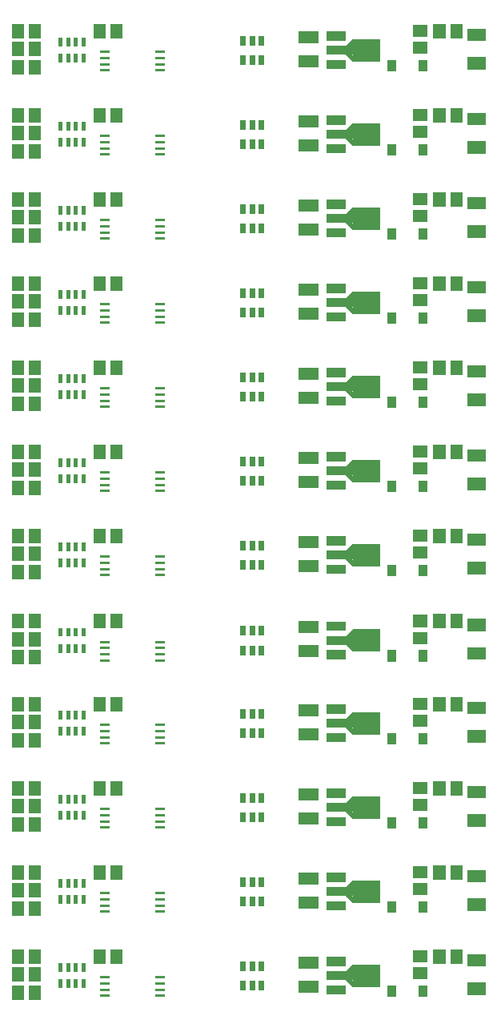
<source format=gbr>
G04 start of page 11 for group -4015 idx -4015 *
G04 Title: (unknown), toppaste *
G04 Creator: pcb 20140316 *
G04 CreationDate: Tue 07 Mar 2017 04:29:58 AM GMT UTC *
G04 For: railfan *
G04 Format: Gerber/RS-274X *
G04 PCB-Dimensions (mil): 2110.00 4110.00 *
G04 PCB-Coordinate-Origin: lower left *
%MOIN*%
%FSLAX25Y25*%
%LNTOPPASTE*%
%ADD74C,0.0001*%
%ADD73R,0.0945X0.0945*%
%ADD72R,0.0378X0.0378*%
%ADD71R,0.0360X0.0360*%
%ADD70R,0.0167X0.0167*%
%ADD69R,0.0512X0.0512*%
%ADD68R,0.0100X0.0100*%
%ADD67R,0.0490X0.0490*%
%ADD66R,0.0240X0.0240*%
G54D66*X114400Y402300D02*Y400700D01*
X110500Y402300D02*Y400700D01*
X106600Y402300D02*Y400700D01*
Y394100D02*Y392500D01*
X110500Y394100D02*Y392500D01*
X114400Y394100D02*Y392500D01*
G54D67*X132200Y403000D02*X135800D01*
X132200Y393000D02*X135800D01*
G54D68*X47500Y396838D02*X50500D01*
X47500Y394279D02*X50500D01*
X47500Y391721D02*X50500D01*
X47500Y389162D02*X50500D01*
X70500D02*X73500D01*
X70500Y391721D02*X73500D01*
X70500Y394279D02*X73500D01*
X70500Y396838D02*X73500D01*
G54D69*X54043Y405893D02*Y405107D01*
X46957Y405893D02*Y405107D01*
G54D70*X30776Y395087D02*Y393217D01*
X33925Y395087D02*Y393217D01*
X37075Y395087D02*Y393217D01*
X40224Y395087D02*Y393217D01*
Y401783D02*Y399913D01*
X37075Y401783D02*Y399913D01*
X33925Y401783D02*Y399913D01*
X30776Y401783D02*Y399913D01*
G54D69*X12957Y390893D02*Y390107D01*
X20043Y390893D02*Y390107D01*
X12957Y398393D02*Y397607D01*
X20043Y398393D02*Y397607D01*
X12957Y405893D02*Y405107D01*
X20043Y405893D02*Y405107D01*
X180107Y398457D02*X180893D01*
X180107Y405543D02*X180893D01*
G54D71*X168600Y391600D02*Y390400D01*
X181500Y391600D02*Y390400D01*
G54D69*X202819Y403905D02*X205181D01*
X202819Y392095D02*X205181D01*
X188457Y405893D02*Y405107D01*
X195543Y405893D02*Y405107D01*
G54D72*X143516Y403406D02*X147610D01*
X143516Y397500D02*X155326D01*
G54D73*X157060D02*X158950D01*
G54D74*G36*
X149495Y399385D02*X152335Y402225D01*
X153755Y400805D01*
X150915Y397965D01*
X149495Y399385D01*
G37*
G36*
X150915Y397035D02*X153755Y394195D01*
X152335Y392775D01*
X149495Y395615D01*
X150915Y397035D01*
G37*
G54D72*X143516Y391594D02*X147610D01*
G54D66*X114400Y367300D02*Y365700D01*
X110500Y367300D02*Y365700D01*
X106600Y367300D02*Y365700D01*
Y359100D02*Y357500D01*
X110500Y359100D02*Y357500D01*
X114400Y359100D02*Y357500D01*
G54D67*X132200Y368000D02*X135800D01*
X132200Y358000D02*X135800D01*
G54D68*X47500Y361838D02*X50500D01*
X47500Y359279D02*X50500D01*
X47500Y356721D02*X50500D01*
X47500Y354162D02*X50500D01*
X70500D02*X73500D01*
X70500Y356721D02*X73500D01*
X70500Y359279D02*X73500D01*
X70500Y361838D02*X73500D01*
G54D69*X54043Y370893D02*Y370107D01*
X46957Y370893D02*Y370107D01*
G54D70*X30776Y360087D02*Y358217D01*
X33925Y360087D02*Y358217D01*
X37075Y360087D02*Y358217D01*
X40224Y360087D02*Y358217D01*
Y366783D02*Y364913D01*
X37075Y366783D02*Y364913D01*
X33925Y366783D02*Y364913D01*
X30776Y366783D02*Y364913D01*
G54D69*X12957Y355893D02*Y355107D01*
X20043Y355893D02*Y355107D01*
X12957Y363393D02*Y362607D01*
X20043Y363393D02*Y362607D01*
X12957Y370893D02*Y370107D01*
X20043Y370893D02*Y370107D01*
X180107Y363457D02*X180893D01*
X180107Y370543D02*X180893D01*
G54D71*X168600Y356600D02*Y355400D01*
X181500Y356600D02*Y355400D01*
G54D69*X202819Y368905D02*X205181D01*
X202819Y357095D02*X205181D01*
X188457Y370893D02*Y370107D01*
X195543Y370893D02*Y370107D01*
G54D72*X143516Y368406D02*X147610D01*
X143516Y362500D02*X155326D01*
G54D73*X157060D02*X158950D01*
G54D74*G36*
X149495Y364385D02*X152335Y367225D01*
X153755Y365805D01*
X150915Y362965D01*
X149495Y364385D01*
G37*
G36*
X150915Y362035D02*X153755Y359195D01*
X152335Y357775D01*
X149495Y360615D01*
X150915Y362035D01*
G37*
G54D72*X143516Y356594D02*X147610D01*
G54D66*X114400Y332300D02*Y330700D01*
X110500Y332300D02*Y330700D01*
X106600Y332300D02*Y330700D01*
Y324100D02*Y322500D01*
X110500Y324100D02*Y322500D01*
X114400Y324100D02*Y322500D01*
G54D67*X132200Y333000D02*X135800D01*
X132200Y323000D02*X135800D01*
G54D68*X47500Y326838D02*X50500D01*
X47500Y324279D02*X50500D01*
X47500Y321721D02*X50500D01*
X47500Y319162D02*X50500D01*
X70500D02*X73500D01*
X70500Y321721D02*X73500D01*
X70500Y324279D02*X73500D01*
X70500Y326838D02*X73500D01*
G54D69*X54043Y335893D02*Y335107D01*
X46957Y335893D02*Y335107D01*
G54D70*X30776Y325087D02*Y323217D01*
X33925Y325087D02*Y323217D01*
X37075Y325087D02*Y323217D01*
X40224Y325087D02*Y323217D01*
Y331783D02*Y329913D01*
X37075Y331783D02*Y329913D01*
X33925Y331783D02*Y329913D01*
X30776Y331783D02*Y329913D01*
G54D69*X12957Y320893D02*Y320107D01*
X20043Y320893D02*Y320107D01*
X12957Y328393D02*Y327607D01*
X20043Y328393D02*Y327607D01*
X12957Y335893D02*Y335107D01*
X20043Y335893D02*Y335107D01*
X180107Y328457D02*X180893D01*
X180107Y335543D02*X180893D01*
G54D71*X168600Y321600D02*Y320400D01*
X181500Y321600D02*Y320400D01*
G54D69*X202819Y333905D02*X205181D01*
X202819Y322095D02*X205181D01*
X188457Y335893D02*Y335107D01*
X195543Y335893D02*Y335107D01*
G54D72*X143516Y333406D02*X147610D01*
X143516Y327500D02*X155326D01*
G54D73*X157060D02*X158950D01*
G54D74*G36*
X149495Y329385D02*X152335Y332225D01*
X153755Y330805D01*
X150915Y327965D01*
X149495Y329385D01*
G37*
G36*
X150915Y327035D02*X153755Y324195D01*
X152335Y322775D01*
X149495Y325615D01*
X150915Y327035D01*
G37*
G54D72*X143516Y321594D02*X147610D01*
G54D66*X114400Y297300D02*Y295700D01*
X110500Y297300D02*Y295700D01*
X106600Y297300D02*Y295700D01*
Y289100D02*Y287500D01*
X110500Y289100D02*Y287500D01*
X114400Y289100D02*Y287500D01*
G54D67*X132200Y298000D02*X135800D01*
X132200Y288000D02*X135800D01*
G54D68*X47500Y291838D02*X50500D01*
X47500Y289279D02*X50500D01*
X47500Y286721D02*X50500D01*
X47500Y284162D02*X50500D01*
X70500D02*X73500D01*
X70500Y286721D02*X73500D01*
X70500Y289279D02*X73500D01*
X70500Y291838D02*X73500D01*
G54D69*X54043Y300893D02*Y300107D01*
X46957Y300893D02*Y300107D01*
G54D70*X30776Y290087D02*Y288217D01*
X33925Y290087D02*Y288217D01*
X37075Y290087D02*Y288217D01*
X40224Y290087D02*Y288217D01*
Y296783D02*Y294913D01*
X37075Y296783D02*Y294913D01*
X33925Y296783D02*Y294913D01*
X30776Y296783D02*Y294913D01*
G54D69*X12957Y285893D02*Y285107D01*
X20043Y285893D02*Y285107D01*
X12957Y293393D02*Y292607D01*
X20043Y293393D02*Y292607D01*
X12957Y300893D02*Y300107D01*
X20043Y300893D02*Y300107D01*
X180107Y293457D02*X180893D01*
X180107Y300543D02*X180893D01*
G54D71*X168600Y286600D02*Y285400D01*
X181500Y286600D02*Y285400D01*
G54D69*X202819Y298905D02*X205181D01*
X202819Y287095D02*X205181D01*
X188457Y300893D02*Y300107D01*
X195543Y300893D02*Y300107D01*
G54D72*X143516Y298406D02*X147610D01*
X143516Y292500D02*X155326D01*
G54D73*X157060D02*X158950D01*
G54D74*G36*
X149495Y294385D02*X152335Y297225D01*
X153755Y295805D01*
X150915Y292965D01*
X149495Y294385D01*
G37*
G36*
X150915Y292035D02*X153755Y289195D01*
X152335Y287775D01*
X149495Y290615D01*
X150915Y292035D01*
G37*
G54D72*X143516Y286594D02*X147610D01*
G54D66*X114400Y262300D02*Y260700D01*
X110500Y262300D02*Y260700D01*
X106600Y262300D02*Y260700D01*
Y254100D02*Y252500D01*
X110500Y254100D02*Y252500D01*
X114400Y254100D02*Y252500D01*
G54D67*X132200Y263000D02*X135800D01*
X132200Y253000D02*X135800D01*
G54D68*X47500Y256838D02*X50500D01*
X47500Y254279D02*X50500D01*
X47500Y251721D02*X50500D01*
X47500Y249162D02*X50500D01*
X70500D02*X73500D01*
X70500Y251721D02*X73500D01*
X70500Y254279D02*X73500D01*
X70500Y256838D02*X73500D01*
G54D69*X54043Y265893D02*Y265107D01*
X46957Y265893D02*Y265107D01*
G54D70*X30776Y255087D02*Y253217D01*
X33925Y255087D02*Y253217D01*
X37075Y255087D02*Y253217D01*
X40224Y255087D02*Y253217D01*
Y261783D02*Y259913D01*
X37075Y261783D02*Y259913D01*
X33925Y261783D02*Y259913D01*
X30776Y261783D02*Y259913D01*
G54D69*X12957Y250893D02*Y250107D01*
X20043Y250893D02*Y250107D01*
X12957Y258393D02*Y257607D01*
X20043Y258393D02*Y257607D01*
X12957Y265893D02*Y265107D01*
X20043Y265893D02*Y265107D01*
X180107Y258457D02*X180893D01*
X180107Y265543D02*X180893D01*
G54D71*X168600Y251600D02*Y250400D01*
X181500Y251600D02*Y250400D01*
G54D69*X202819Y263905D02*X205181D01*
X202819Y252095D02*X205181D01*
X188457Y265893D02*Y265107D01*
X195543Y265893D02*Y265107D01*
G54D72*X143516Y263406D02*X147610D01*
X143516Y257500D02*X155326D01*
G54D73*X157060D02*X158950D01*
G54D74*G36*
X149495Y259385D02*X152335Y262225D01*
X153755Y260805D01*
X150915Y257965D01*
X149495Y259385D01*
G37*
G36*
X150915Y257035D02*X153755Y254195D01*
X152335Y252775D01*
X149495Y255615D01*
X150915Y257035D01*
G37*
G54D72*X143516Y251594D02*X147610D01*
G54D66*X114400Y227300D02*Y225700D01*
X110500Y227300D02*Y225700D01*
X106600Y227300D02*Y225700D01*
Y219100D02*Y217500D01*
X110500Y219100D02*Y217500D01*
X114400Y219100D02*Y217500D01*
G54D67*X132200Y228000D02*X135800D01*
X132200Y218000D02*X135800D01*
G54D68*X47500Y221838D02*X50500D01*
X47500Y219279D02*X50500D01*
X47500Y216721D02*X50500D01*
X47500Y214162D02*X50500D01*
X70500D02*X73500D01*
X70500Y216721D02*X73500D01*
X70500Y219279D02*X73500D01*
X70500Y221838D02*X73500D01*
G54D69*X54043Y230893D02*Y230107D01*
X46957Y230893D02*Y230107D01*
G54D70*X30776Y220087D02*Y218217D01*
X33925Y220087D02*Y218217D01*
X37075Y220087D02*Y218217D01*
X40224Y220087D02*Y218217D01*
Y226783D02*Y224913D01*
X37075Y226783D02*Y224913D01*
X33925Y226783D02*Y224913D01*
X30776Y226783D02*Y224913D01*
G54D69*X12957Y215893D02*Y215107D01*
X20043Y215893D02*Y215107D01*
X12957Y223393D02*Y222607D01*
X20043Y223393D02*Y222607D01*
X12957Y230893D02*Y230107D01*
X20043Y230893D02*Y230107D01*
X180107Y223457D02*X180893D01*
X180107Y230543D02*X180893D01*
G54D71*X168600Y216600D02*Y215400D01*
X181500Y216600D02*Y215400D01*
G54D69*X202819Y228905D02*X205181D01*
X202819Y217095D02*X205181D01*
X188457Y230893D02*Y230107D01*
X195543Y230893D02*Y230107D01*
G54D72*X143516Y228406D02*X147610D01*
X143516Y222500D02*X155326D01*
G54D73*X157060D02*X158950D01*
G54D74*G36*
X149495Y224385D02*X152335Y227225D01*
X153755Y225805D01*
X150915Y222965D01*
X149495Y224385D01*
G37*
G36*
X150915Y222035D02*X153755Y219195D01*
X152335Y217775D01*
X149495Y220615D01*
X150915Y222035D01*
G37*
G54D72*X143516Y216594D02*X147610D01*
G54D66*X114400Y192300D02*Y190700D01*
X110500Y192300D02*Y190700D01*
X106600Y192300D02*Y190700D01*
Y184100D02*Y182500D01*
X110500Y184100D02*Y182500D01*
X114400Y184100D02*Y182500D01*
G54D67*X132200Y193000D02*X135800D01*
X132200Y183000D02*X135800D01*
G54D68*X47500Y186838D02*X50500D01*
X47500Y184279D02*X50500D01*
X47500Y181721D02*X50500D01*
X47500Y179162D02*X50500D01*
X70500D02*X73500D01*
X70500Y181721D02*X73500D01*
X70500Y184279D02*X73500D01*
X70500Y186838D02*X73500D01*
G54D69*X54043Y195893D02*Y195107D01*
X46957Y195893D02*Y195107D01*
G54D70*X30776Y185087D02*Y183217D01*
X33925Y185087D02*Y183217D01*
X37075Y185087D02*Y183217D01*
X40224Y185087D02*Y183217D01*
Y191783D02*Y189913D01*
X37075Y191783D02*Y189913D01*
X33925Y191783D02*Y189913D01*
X30776Y191783D02*Y189913D01*
G54D69*X12957Y180893D02*Y180107D01*
X20043Y180893D02*Y180107D01*
X12957Y188393D02*Y187607D01*
X20043Y188393D02*Y187607D01*
X12957Y195893D02*Y195107D01*
X20043Y195893D02*Y195107D01*
X180107Y188457D02*X180893D01*
X180107Y195543D02*X180893D01*
G54D71*X168600Y181600D02*Y180400D01*
X181500Y181600D02*Y180400D01*
G54D69*X202819Y193905D02*X205181D01*
X202819Y182095D02*X205181D01*
X188457Y195893D02*Y195107D01*
X195543Y195893D02*Y195107D01*
G54D72*X143516Y193406D02*X147610D01*
X143516Y187500D02*X155326D01*
G54D73*X157060D02*X158950D01*
G54D74*G36*
X149495Y189385D02*X152335Y192225D01*
X153755Y190805D01*
X150915Y187965D01*
X149495Y189385D01*
G37*
G36*
X150915Y187035D02*X153755Y184195D01*
X152335Y182775D01*
X149495Y185615D01*
X150915Y187035D01*
G37*
G54D72*X143516Y181594D02*X147610D01*
G54D66*X114400Y156800D02*Y155200D01*
X110500Y156800D02*Y155200D01*
X106600Y156800D02*Y155200D01*
Y148600D02*Y147000D01*
X110500Y148600D02*Y147000D01*
X114400Y148600D02*Y147000D01*
G54D67*X132200Y157500D02*X135800D01*
X132200Y147500D02*X135800D01*
G54D68*X47500Y151338D02*X50500D01*
X47500Y148779D02*X50500D01*
X47500Y146221D02*X50500D01*
X47500Y143662D02*X50500D01*
X70500D02*X73500D01*
X70500Y146221D02*X73500D01*
X70500Y148779D02*X73500D01*
X70500Y151338D02*X73500D01*
G54D69*X54043Y160393D02*Y159607D01*
X46957Y160393D02*Y159607D01*
G54D70*X30776Y149587D02*Y147717D01*
X33925Y149587D02*Y147717D01*
X37075Y149587D02*Y147717D01*
X40224Y149587D02*Y147717D01*
Y156283D02*Y154413D01*
X37075Y156283D02*Y154413D01*
X33925Y156283D02*Y154413D01*
X30776Y156283D02*Y154413D01*
G54D69*X12957Y145393D02*Y144607D01*
X20043Y145393D02*Y144607D01*
X12957Y152893D02*Y152107D01*
X20043Y152893D02*Y152107D01*
X12957Y160393D02*Y159607D01*
X20043Y160393D02*Y159607D01*
X180107Y152957D02*X180893D01*
X180107Y160043D02*X180893D01*
G54D71*X168600Y146100D02*Y144900D01*
X181500Y146100D02*Y144900D01*
G54D69*X202819Y158405D02*X205181D01*
X202819Y146595D02*X205181D01*
X188457Y160393D02*Y159607D01*
X195543Y160393D02*Y159607D01*
G54D72*X143516Y157906D02*X147610D01*
X143516Y152000D02*X155326D01*
G54D73*X157060D02*X158950D01*
G54D74*G36*
X149495Y153885D02*X152335Y156725D01*
X153755Y155305D01*
X150915Y152465D01*
X149495Y153885D01*
G37*
G36*
X150915Y151535D02*X153755Y148695D01*
X152335Y147275D01*
X149495Y150115D01*
X150915Y151535D01*
G37*
G54D72*X143516Y146094D02*X147610D01*
G54D66*X114400Y122300D02*Y120700D01*
X110500Y122300D02*Y120700D01*
X106600Y122300D02*Y120700D01*
Y114100D02*Y112500D01*
X110500Y114100D02*Y112500D01*
X114400Y114100D02*Y112500D01*
G54D67*X132200Y123000D02*X135800D01*
X132200Y113000D02*X135800D01*
G54D68*X47500Y116838D02*X50500D01*
X47500Y114279D02*X50500D01*
X47500Y111721D02*X50500D01*
X47500Y109162D02*X50500D01*
X70500D02*X73500D01*
X70500Y111721D02*X73500D01*
X70500Y114279D02*X73500D01*
X70500Y116838D02*X73500D01*
G54D69*X54043Y125893D02*Y125107D01*
X46957Y125893D02*Y125107D01*
G54D70*X30776Y115087D02*Y113217D01*
X33925Y115087D02*Y113217D01*
X37075Y115087D02*Y113217D01*
X40224Y115087D02*Y113217D01*
Y121783D02*Y119913D01*
X37075Y121783D02*Y119913D01*
X33925Y121783D02*Y119913D01*
X30776Y121783D02*Y119913D01*
G54D69*X12957Y110893D02*Y110107D01*
X20043Y110893D02*Y110107D01*
X12957Y118393D02*Y117607D01*
X20043Y118393D02*Y117607D01*
X12957Y125893D02*Y125107D01*
X20043Y125893D02*Y125107D01*
X180107Y118457D02*X180893D01*
X180107Y125543D02*X180893D01*
G54D71*X168600Y111600D02*Y110400D01*
X181500Y111600D02*Y110400D01*
G54D69*X202819Y123905D02*X205181D01*
X202819Y112095D02*X205181D01*
X188457Y125893D02*Y125107D01*
X195543Y125893D02*Y125107D01*
G54D72*X143516Y123406D02*X147610D01*
X143516Y117500D02*X155326D01*
G54D73*X157060D02*X158950D01*
G54D74*G36*
X149495Y119385D02*X152335Y122225D01*
X153755Y120805D01*
X150915Y117965D01*
X149495Y119385D01*
G37*
G36*
X150915Y117035D02*X153755Y114195D01*
X152335Y112775D01*
X149495Y115615D01*
X150915Y117035D01*
G37*
G54D72*X143516Y111594D02*X147610D01*
G54D66*X114400Y87300D02*Y85700D01*
X110500Y87300D02*Y85700D01*
X106600Y87300D02*Y85700D01*
Y79100D02*Y77500D01*
X110500Y79100D02*Y77500D01*
X114400Y79100D02*Y77500D01*
G54D67*X132200Y88000D02*X135800D01*
X132200Y78000D02*X135800D01*
G54D68*X47500Y81838D02*X50500D01*
X47500Y79279D02*X50500D01*
X47500Y76721D02*X50500D01*
X47500Y74162D02*X50500D01*
X70500D02*X73500D01*
X70500Y76721D02*X73500D01*
X70500Y79279D02*X73500D01*
X70500Y81838D02*X73500D01*
G54D69*X54043Y90893D02*Y90107D01*
X46957Y90893D02*Y90107D01*
G54D70*X30776Y80087D02*Y78217D01*
X33925Y80087D02*Y78217D01*
X37075Y80087D02*Y78217D01*
X40224Y80087D02*Y78217D01*
Y86783D02*Y84913D01*
X37075Y86783D02*Y84913D01*
X33925Y86783D02*Y84913D01*
X30776Y86783D02*Y84913D01*
G54D69*X12957Y75893D02*Y75107D01*
X20043Y75893D02*Y75107D01*
X12957Y83393D02*Y82607D01*
X20043Y83393D02*Y82607D01*
X12957Y90893D02*Y90107D01*
X20043Y90893D02*Y90107D01*
X180107Y83457D02*X180893D01*
X180107Y90543D02*X180893D01*
G54D71*X168600Y76600D02*Y75400D01*
X181500Y76600D02*Y75400D01*
G54D69*X202819Y88905D02*X205181D01*
X202819Y77095D02*X205181D01*
X188457Y90893D02*Y90107D01*
X195543Y90893D02*Y90107D01*
G54D72*X143516Y88406D02*X147610D01*
X143516Y82500D02*X155326D01*
G54D73*X157060D02*X158950D01*
G54D74*G36*
X149495Y84385D02*X152335Y87225D01*
X153755Y85805D01*
X150915Y82965D01*
X149495Y84385D01*
G37*
G36*
X150915Y82035D02*X153755Y79195D01*
X152335Y77775D01*
X149495Y80615D01*
X150915Y82035D01*
G37*
G54D72*X143516Y76594D02*X147610D01*
G54D66*X114400Y52300D02*Y50700D01*
X110500Y52300D02*Y50700D01*
X106600Y52300D02*Y50700D01*
Y44100D02*Y42500D01*
X110500Y44100D02*Y42500D01*
X114400Y44100D02*Y42500D01*
G54D67*X132200Y53000D02*X135800D01*
X132200Y43000D02*X135800D01*
G54D68*X47500Y46838D02*X50500D01*
X47500Y44279D02*X50500D01*
X47500Y41721D02*X50500D01*
X47500Y39162D02*X50500D01*
X70500D02*X73500D01*
X70500Y41721D02*X73500D01*
X70500Y44279D02*X73500D01*
X70500Y46838D02*X73500D01*
G54D69*X54043Y55893D02*Y55107D01*
X46957Y55893D02*Y55107D01*
G54D70*X30776Y45087D02*Y43217D01*
X33925Y45087D02*Y43217D01*
X37075Y45087D02*Y43217D01*
X40224Y45087D02*Y43217D01*
Y51783D02*Y49913D01*
X37075Y51783D02*Y49913D01*
X33925Y51783D02*Y49913D01*
X30776Y51783D02*Y49913D01*
G54D69*X12957Y40893D02*Y40107D01*
X20043Y40893D02*Y40107D01*
X12957Y48393D02*Y47607D01*
X20043Y48393D02*Y47607D01*
X12957Y55893D02*Y55107D01*
X20043Y55893D02*Y55107D01*
X180107Y48457D02*X180893D01*
X180107Y55543D02*X180893D01*
G54D71*X168600Y41600D02*Y40400D01*
X181500Y41600D02*Y40400D01*
G54D69*X202819Y53905D02*X205181D01*
X202819Y42095D02*X205181D01*
X188457Y55893D02*Y55107D01*
X195543Y55893D02*Y55107D01*
G54D72*X143516Y53406D02*X147610D01*
X143516Y47500D02*X155326D01*
G54D73*X157060D02*X158950D01*
G54D74*G36*
X149495Y49385D02*X152335Y52225D01*
X153755Y50805D01*
X150915Y47965D01*
X149495Y49385D01*
G37*
G36*
X150915Y47035D02*X153755Y44195D01*
X152335Y42775D01*
X149495Y45615D01*
X150915Y47035D01*
G37*
G54D72*X143516Y41594D02*X147610D01*
G54D66*X114400Y17300D02*Y15700D01*
X110500Y17300D02*Y15700D01*
X106600Y17300D02*Y15700D01*
Y9100D02*Y7500D01*
X110500Y9100D02*Y7500D01*
X114400Y9100D02*Y7500D01*
G54D67*X132200Y18000D02*X135800D01*
X132200Y8000D02*X135800D01*
G54D68*X47500Y11838D02*X50500D01*
X47500Y9279D02*X50500D01*
X47500Y6721D02*X50500D01*
X47500Y4162D02*X50500D01*
X70500D02*X73500D01*
X70500Y6721D02*X73500D01*
X70500Y9279D02*X73500D01*
X70500Y11838D02*X73500D01*
G54D69*X54043Y20893D02*Y20107D01*
X46957Y20893D02*Y20107D01*
G54D70*X30776Y10087D02*Y8217D01*
X33925Y10087D02*Y8217D01*
X37075Y10087D02*Y8217D01*
X40224Y10087D02*Y8217D01*
Y16783D02*Y14913D01*
X37075Y16783D02*Y14913D01*
X33925Y16783D02*Y14913D01*
X30776Y16783D02*Y14913D01*
G54D69*X12957Y5893D02*Y5107D01*
X20043Y5893D02*Y5107D01*
X12957Y13393D02*Y12607D01*
X20043Y13393D02*Y12607D01*
X12957Y20893D02*Y20107D01*
X20043Y20893D02*Y20107D01*
X180107Y13457D02*X180893D01*
X180107Y20543D02*X180893D01*
G54D71*X168600Y6600D02*Y5400D01*
X181500Y6600D02*Y5400D01*
G54D69*X202819Y18905D02*X205181D01*
X202819Y7095D02*X205181D01*
X188457Y20893D02*Y20107D01*
X195543Y20893D02*Y20107D01*
G54D72*X143516Y18406D02*X147610D01*
X143516Y12500D02*X155326D01*
G54D73*X157060D02*X158950D01*
G54D74*G36*
X149495Y14385D02*X152335Y17225D01*
X153755Y15805D01*
X150915Y12965D01*
X149495Y14385D01*
G37*
G36*
X150915Y12035D02*X153755Y9195D01*
X152335Y7775D01*
X149495Y10615D01*
X150915Y12035D01*
G37*
G54D72*X143516Y6594D02*X147610D01*
M02*

</source>
